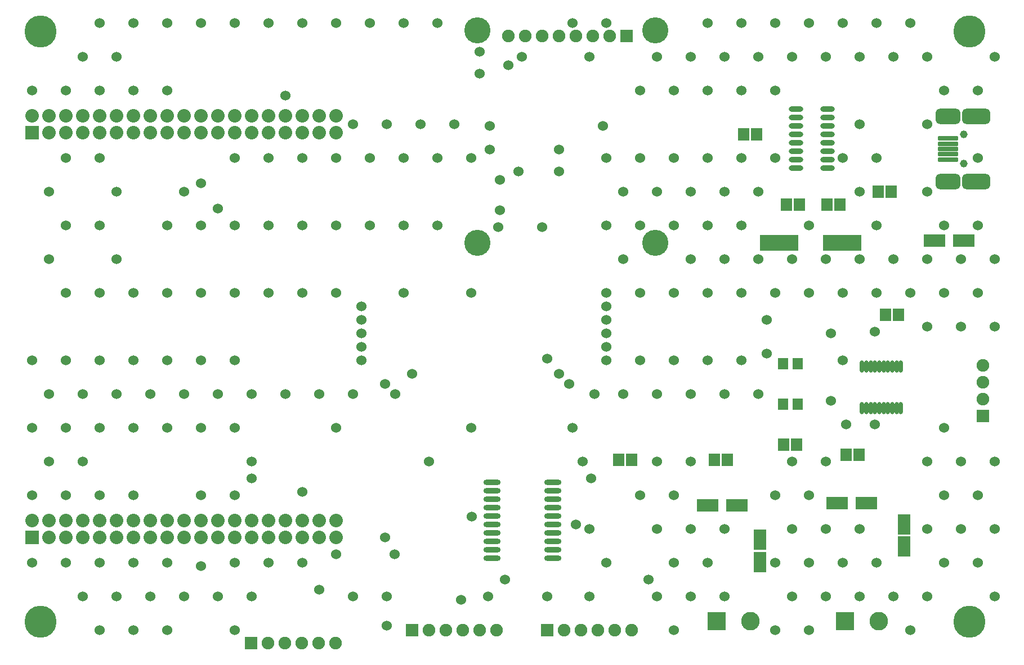
<source format=gts>
G04*
G04 #@! TF.GenerationSoftware,Altium Limited,Altium Designer,21.9.2 (33)*
G04*
G04 Layer_Color=8388736*
%FSLAX25Y25*%
%MOIN*%
G70*
G04*
G04 #@! TF.SameCoordinates,86937909-DB1A-4A49-A316-6C6AAAB68E2C*
G04*
G04*
G04 #@! TF.FilePolarity,Negative*
G04*
G01*
G75*
G04:AMPARAMS|DCode=16|XSize=120.24mil|YSize=29.69mil|CornerRadius=9.92mil|HoleSize=0mil|Usage=FLASHONLY|Rotation=0.000|XOffset=0mil|YOffset=0mil|HoleType=Round|Shape=RoundedRectangle|*
%AMROUNDEDRECTD16*
21,1,0.12024,0.00984,0,0,0.0*
21,1,0.10039,0.02969,0,0,0.0*
1,1,0.01984,0.05020,-0.00492*
1,1,0.01984,-0.05020,-0.00492*
1,1,0.01984,-0.05020,0.00492*
1,1,0.01984,0.05020,0.00492*
%
%ADD16ROUNDEDRECTD16*%
G04:AMPARAMS|DCode=17|XSize=147.8mil|YSize=90.71mil|CornerRadius=25.18mil|HoleSize=0mil|Usage=FLASHONLY|Rotation=0.000|XOffset=0mil|YOffset=0mil|HoleType=Round|Shape=RoundedRectangle|*
%AMROUNDEDRECTD17*
21,1,0.14780,0.04036,0,0,0.0*
21,1,0.09744,0.09071,0,0,0.0*
1,1,0.05035,0.04872,-0.02018*
1,1,0.05035,-0.04872,-0.02018*
1,1,0.05035,-0.04872,0.02018*
1,1,0.05035,0.04872,0.02018*
%
%ADD17ROUNDEDRECTD17*%
G04:AMPARAMS|DCode=18|XSize=167.48mil|YSize=90.71mil|CornerRadius=25.18mil|HoleSize=0mil|Usage=FLASHONLY|Rotation=0.000|XOffset=0mil|YOffset=0mil|HoleType=Round|Shape=RoundedRectangle|*
%AMROUNDEDRECTD18*
21,1,0.16748,0.04035,0,0,0.0*
21,1,0.11713,0.09071,0,0,0.0*
1,1,0.05035,0.05856,-0.02018*
1,1,0.05035,-0.05856,-0.02018*
1,1,0.05035,-0.05856,0.02018*
1,1,0.05035,0.05856,0.02018*
%
%ADD18ROUNDEDRECTD18*%
G04:AMPARAMS|DCode=19|XSize=147.8mil|YSize=90.71mil|CornerRadius=25.18mil|HoleSize=0mil|Usage=FLASHONLY|Rotation=0.000|XOffset=0mil|YOffset=0mil|HoleType=Round|Shape=RoundedRectangle|*
%AMROUNDEDRECTD19*
21,1,0.14780,0.04035,0,0,0.0*
21,1,0.09744,0.09071,0,0,0.0*
1,1,0.05035,0.04872,-0.02018*
1,1,0.05035,-0.04872,-0.02018*
1,1,0.05035,-0.04872,0.02018*
1,1,0.05035,0.04872,0.02018*
%
%ADD19ROUNDEDRECTD19*%
%ADD20R,0.06906X0.07299*%
%ADD21R,0.05921X0.06709*%
%ADD22R,0.07693X0.12417*%
%ADD23R,0.12811X0.07299*%
%ADD24O,0.02772X0.07299*%
%ADD25O,0.08480X0.03362*%
%ADD26O,0.10055X0.03362*%
%ADD27R,0.23047X0.09268*%
%ADD28C,0.07500*%
%ADD29R,0.07500X0.07500*%
%ADD30C,0.15500*%
%ADD31C,0.04543*%
%ADD32R,0.11000X0.11000*%
%ADD33C,0.11000*%
%ADD34R,0.07500X0.07500*%
%ADD35C,0.08000*%
%ADD36R,0.08000X0.08000*%
%ADD37C,0.06000*%
%ADD38C,0.19000*%
D16*
X562508Y305339D02*
D03*
Y311638D02*
D03*
Y308488D02*
D03*
Y299039D02*
D03*
Y302189D02*
D03*
D17*
X562409Y324728D02*
D03*
D18*
X579142D02*
D03*
Y285949D02*
D03*
D19*
X562409D02*
D03*
D20*
X472839Y130000D02*
D03*
X465161D02*
D03*
X490591Y272500D02*
D03*
X498268D02*
D03*
X474268D02*
D03*
X466590D02*
D03*
X533000Y207000D02*
D03*
X525323D02*
D03*
X502161Y124000D02*
D03*
X509839D02*
D03*
X375000Y121000D02*
D03*
X367323D02*
D03*
X521161Y280000D02*
D03*
X528839D02*
D03*
X441323Y314000D02*
D03*
X449000D02*
D03*
X424161Y121000D02*
D03*
X431839D02*
D03*
D21*
X473429Y178000D02*
D03*
X464571D02*
D03*
Y154071D02*
D03*
X473429D02*
D03*
D22*
X451000Y73594D02*
D03*
Y60405D02*
D03*
X536484Y69595D02*
D03*
Y82784D02*
D03*
D23*
X496823Y95189D02*
D03*
X514146D02*
D03*
X571661Y251000D02*
D03*
X554339D02*
D03*
X420178Y94000D02*
D03*
X437501D02*
D03*
D24*
X511484Y151795D02*
D03*
X514043D02*
D03*
X516602D02*
D03*
X519161D02*
D03*
X521721D02*
D03*
X524279D02*
D03*
X526839D02*
D03*
X529398D02*
D03*
X531957D02*
D03*
X534516D02*
D03*
X511484Y176205D02*
D03*
X514043D02*
D03*
X516602D02*
D03*
X519161D02*
D03*
X521721D02*
D03*
X524279D02*
D03*
X526839D02*
D03*
X529398D02*
D03*
X531957D02*
D03*
X534516D02*
D03*
D25*
X472496Y329000D02*
D03*
Y324000D02*
D03*
Y319000D02*
D03*
Y314000D02*
D03*
Y309000D02*
D03*
Y304000D02*
D03*
Y299000D02*
D03*
Y294000D02*
D03*
X491000Y329000D02*
D03*
Y324000D02*
D03*
Y319000D02*
D03*
Y314000D02*
D03*
Y309000D02*
D03*
Y304000D02*
D03*
Y299000D02*
D03*
Y294000D02*
D03*
D26*
X328295Y62610D02*
D03*
Y67610D02*
D03*
Y72610D02*
D03*
Y77610D02*
D03*
Y82610D02*
D03*
Y87610D02*
D03*
Y92610D02*
D03*
Y97610D02*
D03*
Y102610D02*
D03*
Y107610D02*
D03*
X292468Y62610D02*
D03*
Y67610D02*
D03*
Y72610D02*
D03*
Y77610D02*
D03*
Y82610D02*
D03*
Y87610D02*
D03*
Y92610D02*
D03*
Y97610D02*
D03*
Y102610D02*
D03*
Y107610D02*
D03*
D27*
X499701Y249616D02*
D03*
X462299D02*
D03*
D28*
X302000Y372500D02*
D03*
X312000D02*
D03*
X322000D02*
D03*
X332000D02*
D03*
X342000D02*
D03*
X352000D02*
D03*
X362000D02*
D03*
X583000Y157000D02*
D03*
Y167000D02*
D03*
Y177000D02*
D03*
X295000Y20000D02*
D03*
X285000D02*
D03*
X275000D02*
D03*
X265000D02*
D03*
X255000D02*
D03*
X375000D02*
D03*
X365000D02*
D03*
X355000D02*
D03*
X345000D02*
D03*
X335000D02*
D03*
X199706Y12500D02*
D03*
X189707D02*
D03*
X179707D02*
D03*
X169706D02*
D03*
X159706D02*
D03*
D29*
X372000Y372500D02*
D03*
X245000Y20000D02*
D03*
X325000D02*
D03*
X149706Y12500D02*
D03*
D30*
X283800Y375600D02*
D03*
X388918D02*
D03*
Y249616D02*
D03*
X283800D02*
D03*
D31*
X571661Y314000D02*
D03*
Y296677D02*
D03*
D32*
X501500Y25306D02*
D03*
X425340D02*
D03*
D33*
X521500D02*
D03*
X445340D02*
D03*
D34*
X583000Y147000D02*
D03*
D35*
X200000Y325000D02*
D03*
Y315000D02*
D03*
X190000Y325000D02*
D03*
Y315000D02*
D03*
X180000Y325000D02*
D03*
Y315000D02*
D03*
X170000Y325000D02*
D03*
Y315000D02*
D03*
X160000Y325000D02*
D03*
Y315000D02*
D03*
X150000Y325000D02*
D03*
Y315000D02*
D03*
X140000Y325000D02*
D03*
Y315000D02*
D03*
X130000Y325000D02*
D03*
Y315000D02*
D03*
X120000Y325000D02*
D03*
Y315000D02*
D03*
X110000Y325000D02*
D03*
Y315000D02*
D03*
X100000Y325000D02*
D03*
Y315000D02*
D03*
X90000Y325000D02*
D03*
Y315000D02*
D03*
X80000Y325000D02*
D03*
Y315000D02*
D03*
X70000Y325000D02*
D03*
Y315000D02*
D03*
X60000Y325000D02*
D03*
Y315000D02*
D03*
X50000Y325000D02*
D03*
Y315000D02*
D03*
X40000Y325000D02*
D03*
Y315000D02*
D03*
X30000Y325000D02*
D03*
Y315000D02*
D03*
X20000Y325000D02*
D03*
X200000Y85000D02*
D03*
Y75000D02*
D03*
X190000Y85000D02*
D03*
Y75000D02*
D03*
X180000Y85000D02*
D03*
Y75000D02*
D03*
X170000Y85000D02*
D03*
Y75000D02*
D03*
X160000Y85000D02*
D03*
Y75000D02*
D03*
X150000Y85000D02*
D03*
Y75000D02*
D03*
X140000Y85000D02*
D03*
Y75000D02*
D03*
X130000Y85000D02*
D03*
Y75000D02*
D03*
X120000Y85000D02*
D03*
Y75000D02*
D03*
X110000Y85000D02*
D03*
Y75000D02*
D03*
X100000Y85000D02*
D03*
Y75000D02*
D03*
X90000Y85000D02*
D03*
Y75000D02*
D03*
X80000Y85000D02*
D03*
Y75000D02*
D03*
X70000Y85000D02*
D03*
Y75000D02*
D03*
X60000Y85000D02*
D03*
Y75000D02*
D03*
X50000Y85000D02*
D03*
Y75000D02*
D03*
X40000Y85000D02*
D03*
Y75000D02*
D03*
X30000Y85000D02*
D03*
Y75000D02*
D03*
X20000Y85000D02*
D03*
D36*
Y315000D02*
D03*
Y75000D02*
D03*
D37*
X590000Y360000D02*
D03*
X580000Y340000D02*
D03*
Y300000D02*
D03*
Y260000D02*
D03*
X590000Y240000D02*
D03*
X580000Y220000D02*
D03*
X590000Y200000D02*
D03*
Y120000D02*
D03*
X580000Y100000D02*
D03*
X590000Y80000D02*
D03*
X580000Y60000D02*
D03*
X590000Y40000D02*
D03*
X560000Y340000D02*
D03*
Y260000D02*
D03*
X570000Y240000D02*
D03*
X560000Y220000D02*
D03*
X570000Y200000D02*
D03*
X560000Y140000D02*
D03*
X570000Y120000D02*
D03*
X560000Y100000D02*
D03*
X570000Y80000D02*
D03*
X560000Y60000D02*
D03*
X540000Y380000D02*
D03*
X550000Y360000D02*
D03*
Y320000D02*
D03*
Y280000D02*
D03*
Y240000D02*
D03*
X540000Y220000D02*
D03*
X550000Y200000D02*
D03*
Y120000D02*
D03*
Y80000D02*
D03*
Y40000D02*
D03*
X540000Y20000D02*
D03*
X520000Y380000D02*
D03*
X530000Y360000D02*
D03*
X520000Y300000D02*
D03*
Y260000D02*
D03*
X530000Y240000D02*
D03*
X520000Y220000D02*
D03*
Y60000D02*
D03*
X530000Y40000D02*
D03*
X500000Y380000D02*
D03*
X510000Y360000D02*
D03*
Y320000D02*
D03*
X500000Y300000D02*
D03*
X510000Y280000D02*
D03*
Y240000D02*
D03*
X500000Y220000D02*
D03*
Y180000D02*
D03*
X510000Y80000D02*
D03*
X500000Y60000D02*
D03*
X510000Y40000D02*
D03*
X480000Y380000D02*
D03*
X490000Y360000D02*
D03*
X480000Y260000D02*
D03*
X490000Y240000D02*
D03*
X480000Y220000D02*
D03*
X490000Y120000D02*
D03*
X480000Y100000D02*
D03*
X490000Y80000D02*
D03*
X480000Y60000D02*
D03*
X490000Y40000D02*
D03*
X480000Y20000D02*
D03*
X460000Y380000D02*
D03*
X470000Y360000D02*
D03*
X460000Y340000D02*
D03*
Y300000D02*
D03*
X470000Y240000D02*
D03*
X460000Y220000D02*
D03*
X470000Y120000D02*
D03*
X460000Y100000D02*
D03*
X470000Y80000D02*
D03*
X460000Y60000D02*
D03*
X470000Y40000D02*
D03*
X460000Y20000D02*
D03*
X440000Y380000D02*
D03*
X450000Y360000D02*
D03*
X440000Y340000D02*
D03*
Y300000D02*
D03*
X450000Y280000D02*
D03*
X440000Y260000D02*
D03*
X450000Y240000D02*
D03*
X440000Y220000D02*
D03*
Y180000D02*
D03*
X450000Y160000D02*
D03*
X420000Y380000D02*
D03*
X430000Y360000D02*
D03*
X420000Y340000D02*
D03*
Y300000D02*
D03*
X430000Y280000D02*
D03*
X420000Y260000D02*
D03*
X430000Y240000D02*
D03*
X420000Y220000D02*
D03*
Y180000D02*
D03*
X430000Y160000D02*
D03*
Y80000D02*
D03*
X420000Y60000D02*
D03*
X430000Y40000D02*
D03*
X410000Y360000D02*
D03*
X400000Y340000D02*
D03*
Y300000D02*
D03*
X410000Y280000D02*
D03*
X400000Y260000D02*
D03*
X410000Y240000D02*
D03*
X400000Y220000D02*
D03*
Y180000D02*
D03*
X410000Y160000D02*
D03*
Y120000D02*
D03*
X400000Y100000D02*
D03*
X410000Y80000D02*
D03*
X400000Y60000D02*
D03*
X410000Y40000D02*
D03*
X400000Y20000D02*
D03*
X390000Y360000D02*
D03*
X380000Y340000D02*
D03*
Y300000D02*
D03*
X390000Y280000D02*
D03*
X380000Y260000D02*
D03*
Y220000D02*
D03*
Y180000D02*
D03*
X390000Y160000D02*
D03*
Y120000D02*
D03*
X380000Y100000D02*
D03*
X390000Y80000D02*
D03*
Y40000D02*
D03*
X360000Y380000D02*
D03*
Y300000D02*
D03*
X370000Y280000D02*
D03*
X360000Y260000D02*
D03*
X370000Y240000D02*
D03*
X360000Y220000D02*
D03*
Y180000D02*
D03*
X370000Y160000D02*
D03*
X360000Y60000D02*
D03*
X340000Y380000D02*
D03*
X350000Y360000D02*
D03*
X340000Y140000D02*
D03*
X350000Y80000D02*
D03*
Y40000D02*
D03*
X310000Y360000D02*
D03*
X280000Y300000D02*
D03*
Y220000D02*
D03*
Y140000D02*
D03*
X290000Y40000D02*
D03*
X260000Y380000D02*
D03*
X270000Y320000D02*
D03*
X260000Y300000D02*
D03*
Y260000D02*
D03*
X240000Y380000D02*
D03*
X250000Y320000D02*
D03*
X240000Y300000D02*
D03*
Y260000D02*
D03*
Y220000D02*
D03*
X220000Y380000D02*
D03*
X230000Y320000D02*
D03*
X220000Y300000D02*
D03*
Y260000D02*
D03*
X230000Y40000D02*
D03*
X200000Y380000D02*
D03*
X210000Y320000D02*
D03*
X200000Y300000D02*
D03*
Y260000D02*
D03*
Y220000D02*
D03*
X210000Y160000D02*
D03*
X200000Y140000D02*
D03*
X210000Y40000D02*
D03*
X180000Y380000D02*
D03*
Y300000D02*
D03*
Y260000D02*
D03*
Y220000D02*
D03*
X190000Y160000D02*
D03*
X180000Y60000D02*
D03*
X160000Y380000D02*
D03*
Y300000D02*
D03*
Y260000D02*
D03*
Y220000D02*
D03*
X170000Y160000D02*
D03*
X160000Y60000D02*
D03*
X140000Y380000D02*
D03*
Y300000D02*
D03*
Y260000D02*
D03*
Y220000D02*
D03*
Y180000D02*
D03*
X150000Y160000D02*
D03*
X140000Y140000D02*
D03*
Y100000D02*
D03*
Y60000D02*
D03*
X150000Y40000D02*
D03*
X140000Y20000D02*
D03*
X120000Y380000D02*
D03*
Y260000D02*
D03*
Y220000D02*
D03*
Y180000D02*
D03*
X130000Y160000D02*
D03*
X120000Y140000D02*
D03*
Y100000D02*
D03*
X130000Y40000D02*
D03*
X100000Y380000D02*
D03*
Y340000D02*
D03*
X110000Y280000D02*
D03*
X100000Y260000D02*
D03*
Y220000D02*
D03*
Y180000D02*
D03*
X110000Y160000D02*
D03*
X100000Y140000D02*
D03*
Y60000D02*
D03*
X110000Y40000D02*
D03*
X100000Y20000D02*
D03*
X80000Y380000D02*
D03*
Y340000D02*
D03*
Y220000D02*
D03*
Y180000D02*
D03*
X90000Y160000D02*
D03*
X80000Y140000D02*
D03*
Y100000D02*
D03*
Y60000D02*
D03*
X90000Y40000D02*
D03*
X80000Y20000D02*
D03*
X60000Y380000D02*
D03*
X70000Y360000D02*
D03*
X60000Y340000D02*
D03*
Y300000D02*
D03*
X70000Y280000D02*
D03*
X60000Y260000D02*
D03*
X70000Y240000D02*
D03*
X60000Y220000D02*
D03*
Y180000D02*
D03*
X70000Y160000D02*
D03*
X60000Y140000D02*
D03*
Y100000D02*
D03*
Y60000D02*
D03*
X70000Y40000D02*
D03*
X60000Y20000D02*
D03*
X50000Y360000D02*
D03*
X40000Y340000D02*
D03*
Y300000D02*
D03*
Y260000D02*
D03*
Y220000D02*
D03*
Y180000D02*
D03*
X50000Y160000D02*
D03*
X40000Y140000D02*
D03*
X50000Y120000D02*
D03*
X40000Y100000D02*
D03*
Y60000D02*
D03*
X50000Y40000D02*
D03*
X20000Y340000D02*
D03*
X30000Y280000D02*
D03*
Y240000D02*
D03*
X20000Y180000D02*
D03*
X30000Y160000D02*
D03*
X20000Y140000D02*
D03*
X30000Y120000D02*
D03*
X20000Y100000D02*
D03*
Y60000D02*
D03*
X519161Y142000D02*
D03*
X519000Y197000D02*
D03*
X502000Y142000D02*
D03*
X322000Y259000D02*
D03*
X308000Y292000D02*
D03*
X180000Y102000D02*
D03*
X332000Y305000D02*
D03*
Y292000D02*
D03*
X297204Y269000D02*
D03*
Y287000D02*
D03*
X296000Y259000D02*
D03*
X302000Y355000D02*
D03*
X230000Y22794D02*
D03*
X493000Y156161D02*
D03*
Y196000D02*
D03*
X455000Y184000D02*
D03*
X360000Y196000D02*
D03*
Y212000D02*
D03*
X215000D02*
D03*
X455000Y203975D02*
D03*
X360000Y204000D02*
D03*
X215000D02*
D03*
X360000Y188000D02*
D03*
X215000Y196000D02*
D03*
Y188000D02*
D03*
Y180000D02*
D03*
X325000Y181000D02*
D03*
X332000Y172000D02*
D03*
X245000D02*
D03*
X338000Y166000D02*
D03*
X229000D02*
D03*
X346000Y120000D02*
D03*
X274000Y38000D02*
D03*
X280500Y87500D02*
D03*
X342000Y82610D02*
D03*
X351000Y110000D02*
D03*
X255000Y120000D02*
D03*
X150000D02*
D03*
Y110000D02*
D03*
X325000Y40000D02*
D03*
X300000Y50000D02*
D03*
X385000D02*
D03*
X190000Y44000D02*
D03*
X120000Y58000D02*
D03*
X235000Y160000D02*
D03*
X353000D02*
D03*
X234729Y65000D02*
D03*
X200000D02*
D03*
X229000Y75000D02*
D03*
X291000Y305000D02*
D03*
Y319000D02*
D03*
X358000D02*
D03*
X285000Y350000D02*
D03*
X285014Y362858D02*
D03*
X170000Y337000D02*
D03*
X130000Y270000D02*
D03*
X120000Y285000D02*
D03*
D38*
X25000Y375000D02*
D03*
X575000D02*
D03*
Y25000D02*
D03*
X25000D02*
D03*
M02*

</source>
